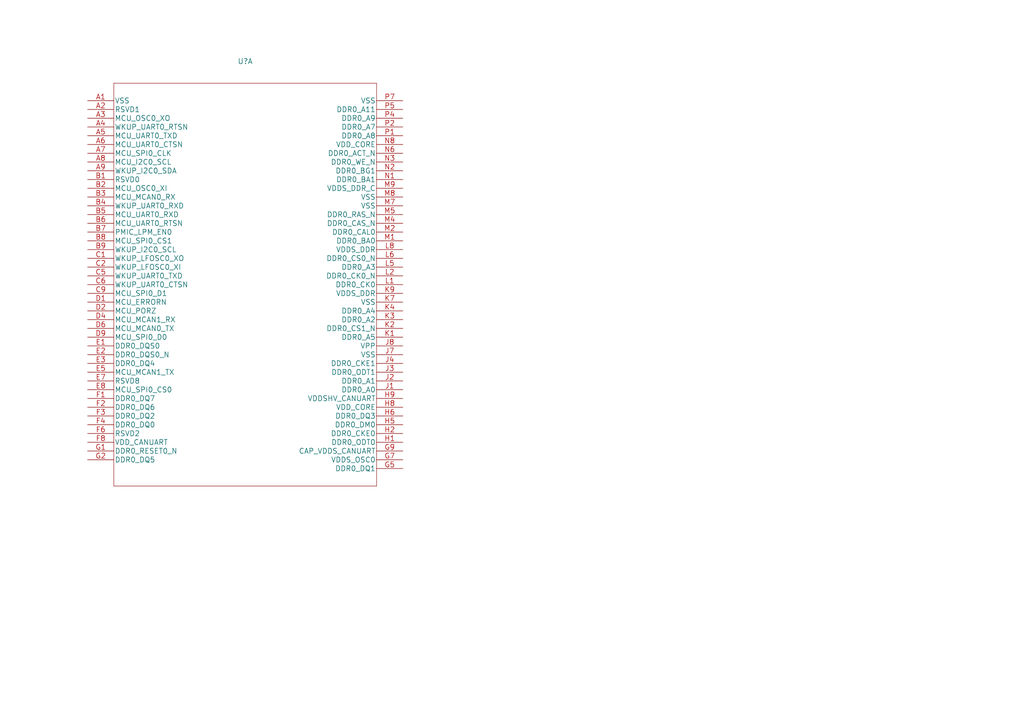
<source format=kicad_sch>
(kicad_sch (version 20211123) (generator eeschema)
  (paper "A4")
  (lib_symbols
    (symbol "XAM6234ATCGGAALW:XAM6234ATCGGAALW" (pin_names (offset 0.254))
      (property "Reference" "U" (at 45.72 10.16 0))
      (property "Value" "XAM6234ATCGGAALW" (at 45.72 7.62 0))
      (symbol "XAM6234ATCGGAALW_1_1"
        (polyline (pts (xy 7.62 -111.76) (xy 83.82 -111.76)) (stroke (width 0.127)))
        (polyline (pts (xy 7.62 5.08) (xy 7.62 -111.76)) (stroke (width 0.127)))
        (polyline (pts (xy 83.82 -111.76) (xy 83.82 5.08)) (stroke (width 0.127)))
        (polyline (pts (xy 83.82 5.08) (xy 7.62 5.08)) (stroke (width 0.127)))
        (pin power_in line (at 0 0 0) (length 7.62) (name "VSS") (number "A1"))
        (pin unspecified line (at 0 -2.54 0) (length 7.62) (name "RSVD1") (number "A2"))
        (pin output line (at 0 -5.08 0) (length 7.62) (name "MCU_OSC0_XO") (number "A3"))
        (pin bidirectional line (at 0 -7.62 0) (length 7.62) (name "WKUP_UART0_RTSN") (number "A4"))
        (pin bidirectional line (at 0 -10.16 0) (length 7.62) (name "MCU_UART0_TXD") (number "A5"))
        (pin bidirectional line (at 0 -12.7 0) (length 7.62) (name "MCU_UART0_CTSN") (number "A6"))
        (pin bidirectional line (at 0 -15.24 0) (length 7.62) (name "MCU_SPI0_CLK") (number "A7"))
        (pin bidirectional line (at 0 -17.78 0) (length 7.62) (name "MCU_I2C0_SCL") (number "A8"))
        (pin bidirectional line (at 0 -20.32 0) (length 7.62) (name "WKUP_I2C0_SDA") (number "A9"))
        (pin unspecified line (at 0 -22.86 0) (length 7.62) (name "RSVD0") (number "B1"))
        (pin input line (at 0 -25.4 0) (length 7.62) (name "MCU_OSC0_XI") (number "B2"))
        (pin bidirectional line (at 0 -27.94 0) (length 7.62) (name "MCU_MCAN0_RX") (number "B3"))
        (pin bidirectional line (at 0 -30.48 0) (length 7.62) (name "WKUP_UART0_RXD") (number "B4"))
        (pin bidirectional line (at 0 -33.02 0) (length 7.62) (name "MCU_UART0_RXD") (number "B5"))
        (pin bidirectional line (at 0 -35.56 0) (length 7.62) (name "MCU_UART0_RTSN") (number "B6"))
        (pin bidirectional line (at 0 -38.1 0) (length 7.62) (name "PMIC_LPM_EN0") (number "B7"))
        (pin bidirectional line (at 0 -40.64 0) (length 7.62) (name "MCU_SPI0_CS1") (number "B8"))
        (pin bidirectional line (at 0 -43.18 0) (length 7.62) (name "WKUP_I2C0_SCL") (number "B9"))
        (pin bidirectional line (at 0 -45.72 0) (length 7.62) (name "WKUP_LFOSC0_XO") (number "C1"))
        (pin input line (at 0 -48.26 0) (length 7.62) (name "WKUP_LFOSC0_XI") (number "C2"))
        (pin bidirectional line (at 0 -50.8 0) (length 7.62) (name "WKUP_UART0_TXD") (number "C5"))
        (pin bidirectional line (at 0 -53.34 0) (length 7.62) (name "WKUP_UART0_CTSN") (number "C6"))
        (pin bidirectional line (at 0 -55.88 0) (length 7.62) (name "MCU_SPI0_D1") (number "C9"))
        (pin bidirectional line (at 0 -58.42 0) (length 7.62) (name "MCU_ERRORN") (number "D1"))
        (pin bidirectional line (at 0 -60.96 0) (length 7.62) (name "MCU_PORZ") (number "D2"))
        (pin bidirectional line (at 0 -63.5 0) (length 7.62) (name "MCU_MCAN1_RX") (number "D4"))
        (pin bidirectional line (at 0 -66.04 0) (length 7.62) (name "MCU_MCAN0_TX") (number "D6"))
        (pin bidirectional line (at 0 -68.58 0) (length 7.62) (name "MCU_SPI0_D0") (number "D9"))
        (pin bidirectional line (at 0 -71.12 0) (length 7.62) (name "DDR0_DQS0") (number "E1"))
        (pin bidirectional line (at 0 -73.66 0) (length 7.62) (name "DDR0_DQS0_N") (number "E2"))
        (pin bidirectional line (at 0 -76.2 0) (length 7.62) (name "DDR0_DQ4") (number "E3"))
        (pin bidirectional line (at 0 -78.74 0) (length 7.62) (name "MCU_MCAN1_TX") (number "E5"))
        (pin unspecified line (at 0 -81.28 0) (length 7.62) (name "RSVD8") (number "E7"))
        (pin bidirectional line (at 0 -83.82 0) (length 7.62) (name "MCU_SPI0_CS0") (number "E8"))
        (pin bidirectional line (at 0 -86.36 0) (length 7.62) (name "DDR0_DQ7") (number "F1"))
        (pin bidirectional line (at 0 -88.9 0) (length 7.62) (name "DDR0_DQ6") (number "F2"))
        (pin bidirectional line (at 0 -91.44 0) (length 7.62) (name "DDR0_DQ2") (number "F3"))
        (pin bidirectional line (at 0 -93.98 0) (length 7.62) (name "DDR0_DQ0") (number "F4"))
        (pin unspecified line (at 0 -96.52 0) (length 7.62) (name "RSVD2") (number "F6"))
        (pin power_in line (at 0 -99.06 0) (length 7.62) (name "VDD_CANUART") (number "F8"))
        (pin output line (at 0 -101.6 0) (length 7.62) (name "DDR0_RESET0_N") (number "G1"))
        (pin bidirectional line (at 0 -104.14 0) (length 7.62) (name "DDR0_DQ5") (number "G2"))
        (pin bidirectional line (at 91.44 -106.68 180) (length 7.62) (name "DDR0_DQ1") (number "G5"))
        (pin power_in line (at 91.44 -104.14 180) (length 7.62) (name "VDDS_OSC0") (number "G7"))
        (pin unspecified line (at 91.44 -101.6 180) (length 7.62) (name "CAP_VDDS_CANUART") (number "G9"))
        (pin output line (at 91.44 -99.06 180) (length 7.62) (name "DDR0_ODT0") (number "H1"))
        (pin output line (at 91.44 -96.52 180) (length 7.62) (name "DDR0_CKE0") (number "H2"))
        (pin bidirectional line (at 91.44 -93.98 180) (length 7.62) (name "DDR0_DM0") (number "H5"))
        (pin bidirectional line (at 91.44 -91.44 180) (length 7.62) (name "DDR0_DQ3") (number "H6"))
        (pin power_in line (at 91.44 -88.9 180) (length 7.62) (name "VDD_CORE") (number "H8"))
        (pin power_in line (at 91.44 -86.36 180) (length 7.62) (name "VDDSHV_CANUART") (number "H9"))
        (pin output line (at 91.44 -83.82 180) (length 7.62) (name "DDR0_A0") (number "J1"))
        (pin output line (at 91.44 -81.28 180) (length 7.62) (name "DDR0_A1") (number "J2"))
        (pin output line (at 91.44 -78.74 180) (length 7.62) (name "DDR0_ODT1") (number "J3"))
        (pin output line (at 91.44 -76.2 180) (length 7.62) (name "DDR0_CKE1") (number "J4"))
        (pin power_in line (at 91.44 -73.66 180) (length 7.62) (name "VSS") (number "J7"))
        (pin power_in line (at 91.44 -71.12 180) (length 7.62) (name "VPP") (number "J8"))
        (pin output line (at 91.44 -68.58 180) (length 7.62) (name "DDR0_A5") (number "K1"))
        (pin output line (at 91.44 -66.04 180) (length 7.62) (name "DDR0_CS1_N") (number "K2"))
        (pin output line (at 91.44 -63.5 180) (length 7.62) (name "DDR0_A2") (number "K3"))
        (pin output line (at 91.44 -60.96 180) (length 7.62) (name "DDR0_A4") (number "K4"))
        (pin power_in line (at 91.44 -58.42 180) (length 7.62) (name "VSS") (number "K7"))
        (pin power_in line (at 91.44 -55.88 180) (length 7.62) (name "VDDS_DDR") (number "K9"))
        (pin output line (at 91.44 -53.34 180) (length 7.62) (name "DDR0_CK0") (number "L1"))
        (pin output line (at 91.44 -50.8 180) (length 7.62) (name "DDR0_CK0_N") (number "L2"))
        (pin output line (at 91.44 -48.26 180) (length 7.62) (name "DDR0_A3") (number "L5"))
        (pin output line (at 91.44 -45.72 180) (length 7.62) (name "DDR0_CS0_N") (number "L6"))
        (pin power_in line (at 91.44 -43.18 180) (length 7.62) (name "VDDS_DDR") (number "L8"))
        (pin output line (at 91.44 -40.64 180) (length 7.62) (name "DDR0_BA0") (number "M1"))
        (pin unspecified line (at 91.44 -38.1 180) (length 7.62) (name "DDR0_CAL0") (number "M2"))
        (pin output line (at 91.44 -35.56 180) (length 7.62) (name "DDR0_CAS_N") (number "M4"))
        (pin output line (at 91.44 -33.02 180) (length 7.62) (name "DDR0_RAS_N") (number "M5"))
        (pin power_in line (at 91.44 -30.48 180) (length 7.62) (name "VSS") (number "M7"))
        (pin power_in line (at 91.44 -27.94 180) (length 7.62) (name "VSS") (number "M8"))
        (pin power_in line (at 91.44 -25.4 180) (length 7.62) (name "VDDS_DDR_C") (number "M9"))
        (pin output line (at 91.44 -22.86 180) (length 7.62) (name "DDR0_BA1") (number "N1"))
        (pin output line (at 91.44 -20.32 180) (length 7.62) (name "DDR0_BG1") (number "N2"))
        (pin output line (at 91.44 -17.78 180) (length 7.62) (name "DDR0_WE_N") (number "N3"))
        (pin output line (at 91.44 -15.24 180) (length 7.62) (name "DDR0_ACT_N") (number "N6"))
        (pin power_in line (at 91.44 -12.7 180) (length 7.62) (name "VDD_CORE") (number "N8"))
        (pin output line (at 91.44 -10.16 180) (length 7.62) (name "DDR0_A8") (number "P1"))
        (pin output line (at 91.44 -7.62 180) (length 7.62) (name "DDR0_A7") (number "P2"))
        (pin output line (at 91.44 -5.08 180) (length 7.62) (name "DDR0_A9") (number "P4"))
        (pin output line (at 91.44 -2.54 180) (length 7.62) (name "DDR0_A11") (number "P5"))
        (pin power_in line (at 91.44 0 180) (length 7.62) (name "VSS") (number "P7"))
      )
      (symbol "XAM6234ATCGGAALW_2_1"
        (polyline (pts (xy 7.62 -111.76) (xy 73.66 -111.76)) (stroke (width 0.127)))
        (polyline (pts (xy 7.62 5.08) (xy 7.62 -111.76)) (stroke (width 0.127)))
        (polyline (pts (xy 73.66 -111.76) (xy 73.66 5.08)) (stroke (width 0.127)))
        (polyline (pts (xy 73.66 5.08) (xy 7.62 5.08)) (stroke (width 0.127)))
        (pin input line (at 0 -91.44 0) (length 7.62) (name "TCK") (number "A10"))
        (pin input line (at 0 -93.98 0) (length 7.62) (name "TDI") (number "A11"))
        (pin bidirectional line (at 0 -96.52 0) (length 7.62) (name "WKUP_CLKOUT0") (number "A12"))
        (pin bidirectional line (at 0 -99.06 0) (length 7.62) (name "SPI0_CS0") (number "A13"))
        (pin bidirectional line (at 0 -101.6 0) (length 7.62) (name "SPI0_CLK") (number "A14"))
        (pin bidirectional line (at 0 -104.14 0) (length 7.62) (name "UART0_CTSN") (number "A15"))
        (pin bidirectional line (at 81.28 -106.68 180) (length 7.62) (name "I2C0_SDA") (number "A16"))
        (pin bidirectional line (at 81.28 -104.14 180) (length 7.62) (name "I2C1_SDA") (number "A17"))
        (pin bidirectional line (at 81.28 -101.6 180) (length 7.62) (name "EXT_REFCLK1") (number "A18"))
        (pin bidirectional line (at 81.28 -99.06 180) (length 7.62) (name "MCASP0_AXR2") (number "A19"))
        (pin bidirectional line (at 81.28 -96.52 180) (length 7.62) (name "MCASP0_ACLKR") (number "A20"))
        (pin bidirectional line (at 81.28 -93.98 180) (length 7.62) (name "MMC1_CMD") (number "A21"))
        (pin bidirectional line (at 81.28 -91.44 180) (length 7.62) (name "MMC1_DAT0") (number "A22"))
        (pin bidirectional line (at 81.28 -88.9 180) (length 7.62) (name "MMC2_SDCD") (number "A23"))
        (pin power_in line (at 81.28 -86.36 180) (length 7.62) (name "VSS") (number "A24"))
        (pin power_in line (at 81.28 -83.82 180) (length 7.62) (name "VSS") (number "A25"))
        (pin bidirectional line (at 81.28 -81.28 180) (length 7.62) (name "MMC0_DAT1") (number "AA1"))
        (pin bidirectional line (at 81.28 -78.74 180) (length 7.62) (name "MMC0_DAT0") (number "AA2"))
        (pin bidirectional line (at 81.28 -76.2 180) (length 7.62) (name "MMC0_DAT2") (number "AA3"))
        (pin bidirectional line (at 81.28 -73.66 180) (length 7.62) (name "OLDI0_A0N") (number "AA5"))
        (pin bidirectional line (at 81.28 -71.12 180) (length 7.62) (name "OLDI0_A3P") (number "AA7"))
        (pin bidirectional line (at 81.28 -68.58 180) (length 7.62) (name "OLDI0_A2P") (number "AA8"))
        (pin bidirectional line (at 81.28 -66.04 180) (length 7.62) (name "MMC0_CLK") (number "AB1"))
        (pin bidirectional line (at 81.28 -63.5 180) (length 7.62) (name "MMC0_DAT4") (number "AB2"))
        (pin bidirectional line (at 81.28 -60.96 180) (length 7.62) (name "OLDI0_A1P") (number "AB4"))
        (pin bidirectional line (at 81.28 -58.42 180) (length 7.62) (name "OLDI0_A3N") (number "AB6"))
        (pin power_in line (at 81.28 -55.88 180) (length 7.62) (name "VSS") (number "AB9"))
        (pin bidirectional line (at 81.28 -53.34 180) (length 7.62) (name "MMC0_DAT5") (number "AC1"))
        (pin bidirectional line (at 81.28 -50.8 180) (length 7.62) (name "MMC0_DAT7") (number "AC2"))
        (pin bidirectional line (at 81.28 -48.26 180) (length 7.62) (name "OLDI0_A4P") (number "AC5"))
        (pin bidirectional line (at 81.28 -45.72 180) (length 7.62) (name "OLDI0_A4N") (number "AC6"))
        (pin bidirectional line (at 81.28 -43.18 180) (length 7.62) (name "USB1_RCALIB") (number "AC9"))
        (pin power_in line (at 81.28 -40.64 180) (length 7.62) (name "VSS") (number "AD1"))
        (pin bidirectional line (at 81.28 -38.1 180) (length 7.62) (name "MMC0_DAT6") (number "AD2"))
        (pin bidirectional line (at 81.28 -35.56 180) (length 7.62) (name "OLDI0_A1N") (number "AD3"))
        (pin bidirectional line (at 81.28 -33.02 180) (length 7.62) (name "OLDI0_CLK0N") (number "AD4"))
        (pin bidirectional line (at 81.28 -30.48 180) (length 7.62) (name "OLDI0_CLK1P") (number "AD5"))
        (pin bidirectional line (at 81.28 -27.94 180) (length 7.62) (name "OLDI0_A5P") (number "AD6"))
        (pin bidirectional line (at 81.28 -25.4 180) (length 7.62) (name "OLDI0_A6P") (number "AD7"))
        (pin bidirectional line (at 81.28 -22.86 180) (length 7.62) (name "OLDI0_A7N") (number "AD8"))
        (pin power_in line (at 81.28 -20.32 180) (length 7.62) (name "VSS") (number "AD9"))
        (pin power_in line (at 81.28 -17.78 180) (length 7.62) (name "VSS") (number "AE1"))
        (pin unspecified line (at 81.28 -15.24 180) (length 7.62) (name "RSVD3") (number "AE2"))
        (pin bidirectional line (at 81.28 -12.7 180) (length 7.62) (name "OLDI0_CLK0P") (number "AE3"))
        (pin bidirectional line (at 81.28 -10.16 180) (length 7.62) (name "OLDI0_CLK1N") (number "AE4"))
        (pin bidirectional line (at 81.28 -7.62 180) (length 7.62) (name "OLDI0_A5N") (number "AE5"))
        (pin bidirectional line (at 81.28 -5.08 180) (length 7.62) (name "OLDI0_A6N") (number "AE6"))
        (pin bidirectional line (at 81.28 -2.54 180) (length 7.62) (name "OLDI0_A7P") (number "AE7"))
        (pin power_in line (at 81.28 0 180) (length 7.62) (name "VSS") (number "AE8"))
        (pin power_in line (at 0 0 0) (length 7.62) (name "VDDS_DDR") (number "P9"))
        (pin output line (at 0 -2.54 0) (length 7.62) (name "DDR0_A13") (number "R1"))
        (pin output line (at 0 -5.08 0) (length 7.62) (name "DDR0_A6") (number "R2"))
        (pin bidirectional line (at 0 -7.62 0) (length 7.62) (name "DDR0_ALERT_N") (number "R3"))
        (pin output line (at 0 -10.16 0) (length 7.62) (name "DDR0_A10") (number "R5"))
        (pin output line (at 0 -12.7 0) (length 7.62) (name "DDR0_A12") (number "R6"))
        (pin power_in line (at 0 -15.24 0) (length 7.62) (name "VDDS_DDR") (number "R8"))
        (pin output line (at 0 -17.78 0) (length 7.62) (name "DDR0_PAR") (number "T1"))
        (pin unspecified line (at 0 -20.32 0) (length 7.62) (name "RSVD4") (number "T2"))
        (pin output line (at 0 -22.86 0) (length 7.62) (name "DDR0_BG0") (number "T4"))
        (pin power_in line (at 0 -25.4 0) (length 7.62) (name "VDDSHV4") (number "T7"))
        (pin power_in line (at 0 -27.94 0) (length 7.62) (name "VSS") (number "T8"))
        (pin power_in line (at 0 -30.48 0) (length 7.62) (name "VDDA_TEMP0") (number "T9"))
        (pin bidirectional line (at 0 -33.02 0) (length 7.62) (name "DDR0_DQ8") (number "U1"))
        (pin bidirectional line (at 0 -35.56 0) (length 7.62) (name "DDR0_DQ10") (number "U2"))
        (pin bidirectional line (at 0 -38.1 0) (length 7.62) (name "DDR0_DQ9") (number "U3"))
        (pin unspecified line (at 0 -40.64 0) (length 7.62) (name "RSVD5") (number "U4"))
        (pin unspecified line (at 0 -43.18 0) (length 7.62) (name "CAP_VDDS4") (number "U7"))
        (pin power_in line (at 0 -45.72 0) (length 7.62) (name "VSS") (number "U8"))
        (pin bidirectional line (at 0 -48.26 0) (length 7.62) (name "DDR0_DQS1") (number "V1"))
        (pin bidirectional line (at 0 -50.8 0) (length 7.62) (name "DDR0_DQS1_N") (number "V2"))
        (pin bidirectional line (at 0 -53.34 0) (length 7.62) (name "DDR0_DQ11") (number "V5"))
        (pin bidirectional line (at 0 -55.88 0) (length 7.62) (name "DDR0_DQ13") (number "V6"))
        (pin power_in line (at 0 -58.42 0) (length 7.62) (name "VDD_CORE") (number "V8"))
        (pin power_in line (at 0 -60.96 0) (length 7.62) (name "VSS") (number "V9"))
        (pin bidirectional line (at 0 -63.5 0) (length 7.62) (name "DDR0_DQ15") (number "W1"))
        (pin bidirectional line (at 0 -66.04 0) (length 7.62) (name "DDR0_DQ12") (number "W2"))
        (pin bidirectional line (at 0 -68.58 0) (length 7.62) (name "DDR0_DM1") (number "W5"))
        (pin power_in line (at 0 -71.12 0) (length 7.62) (name "VSS") (number "W7"))
        (pin power_in line (at 0 -73.66 0) (length 7.62) (name "VDDA_1P8_OLDI0") (number "W9"))
        (pin bidirectional line (at 0 -76.2 0) (length 7.62) (name "DDR0_DQ14") (number "Y1"))
        (pin power_in line (at 0 -78.74 0) (length 7.62) (name "VSS") (number "Y2"))
        (pin bidirectional line (at 0 -81.28 0) (length 7.62) (name "MMC0_CMD") (number "Y3"))
        (pin bidirectional line (at 0 -83.82 0) (length 7.62) (name "MMC0_DAT3") (number "Y4"))
        (pin bidirectional line (at 0 -86.36 0) (length 7.62) (name "OLDI0_A0P") (number "Y6"))
        (pin bidirectional line (at 0 -88.9 0) (length 7.62) (name "OLDI0_A2N") (number "Y8"))
      )
      (symbol "XAM6234ATCGGAALW_3_1"
        (polyline (pts (xy 7.62 -111.76) (xy 73.66 -111.76)) (stroke (width 0.127)))
        (polyline (pts (xy 7.62 5.08) (xy 7.62 -111.76)) (stroke (width 0.127)))
        (polyline (pts (xy 73.66 -111.76) (xy 73.66 5.08)) (stroke (width 0.127)))
        (polyline (pts (xy 73.66 5.08) (xy 7.62 5.08)) (stroke (width 0.127)))
        (pin bidirectional line (at 0 0 0) (length 7.62) (name "USB1_DP") (number "AE9"))
        (pin input line (at 0 -2.54 0) (length 7.62) (name "TRSTN") (number "B10"))
        (pin input line (at 0 -5.08 0) (length 7.62) (name "TMS") (number "B11"))
        (pin bidirectional line (at 0 -7.62 0) (length 7.62) (name "MCU_RESETSTATZ") (number "B12"))
        (pin bidirectional line (at 0 -10.16 0) (length 7.62) (name "SPI0_D0") (number "B13"))
        (pin bidirectional line (at 0 -12.7 0) (length 7.62) (name "SPI0_D1") (number "B14"))
        (pin bidirectional line (at 0 -15.24 0) (length 7.62) (name "UART0_RTSN") (number "B15"))
        (pin bidirectional line (at 0 -17.78 0) (length 7.62) (name "I2C0_SCL") (number "B16"))
        (pin bidirectional line (at 0 -20.32 0) (length 7.62) (name "I2C1_SCL") (number "B17"))
        (pin bidirectional line (at 0 -22.86 0) (length 7.62) (name "MCASP0_AXR1") (number "B18"))
        (pin bidirectional line (at 0 -25.4 0) (length 7.62) (name "MCASP0_AXR3") (number "B19"))
        (pin bidirectional line (at 0 -27.94 0) (length 7.62) (name "MCASP0_ACLKX") (number "B20"))
        (pin bidirectional line (at 0 -30.48 0) (length 7.62) (name "MMC1_DAT1") (number "B21"))
        (pin bidirectional line (at 0 -33.02 0) (length 7.62) (name "MMC1_CLK") (number "B22"))
        (pin bidirectional line (at 0 -35.56 0) (length 7.62) (name "MMC2_SDWP") (number "B23"))
        (pin bidirectional line (at 0 -38.1 0) (length 7.62) (name "MMC2_DAT0") (number "B24"))
        (pin power_in line (at 0 -40.64 0) (length 7.62) (name "VSS") (number "B25"))
        (pin bidirectional line (at 0 -43.18 0) (length 7.62) (name "EMU1") (number "C11"))
        (pin bidirectional line (at 0 -45.72 0) (length 7.62) (name "SPI0_CS1") (number "C13"))
        (pin bidirectional line (at 0 -48.26 0) (length 7.62) (name "MCAN0_TX") (number "C15"))
        (pin bidirectional line (at 0 -50.8 0) (length 7.62) (name "MMC1_SDWP") (number "C17"))
        (pin bidirectional line (at 0 -53.34 0) (length 7.62) (name "USB0_DRVVBUS") (number "C20"))
        (pin bidirectional line (at 0 -55.88 0) (length 7.62) (name "MMC1_DAT2") (number "C21"))
        (pin bidirectional line (at 0 -58.42 0) (length 7.62) (name "MMC2_CMD") (number "C24"))
        (pin bidirectional line (at 0 -60.96 0) (length 7.62) (name "MMC2_DAT1") (number "C25"))
        (pin bidirectional line (at 0 -63.5 0) (length 7.62) (name "MCU_I2C0_SDA") (number "D10"))
        (pin output line (at 0 -66.04 0) (length 7.62) (name "TDO") (number "D12"))
        (pin bidirectional line (at 0 -68.58 0) (length 7.62) (name "UART0_RXD") (number "D14"))
        (pin bidirectional line (at 0 -71.12 0) (length 7.62) (name "EXTINTN") (number "D16"))
        (pin bidirectional line (at 0 -73.66 0) (length 7.62) (name "MMC1_SDCD") (number "D17"))
        (pin bidirectional line (at 0 -76.2 0) (length 7.62) (name "MCASP0_AFSX") (number "D20"))
        (pin bidirectional line (at 0 -78.74 0) (length 7.62) (name "MMC1_DAT3") (number "D22"))
        (pin bidirectional line (at 0 -81.28 0) (length 7.62) (name "MMC2_DAT3") (number "D24"))
        (pin bidirectional line (at 0 -83.82 0) (length 7.62) (name "MMC2_CLK") (number "D25"))
        (pin bidirectional line (at 0 -86.36 0) (length 7.62) (name "MCU_RESETZ") (number "E11"))
        (pin bidirectional line (at 0 -88.9 0) (length 7.62) (name "EMU0") (number "E12"))
        (pin bidirectional line (at 0 -91.44 0) (length 7.62) (name "UART0_TXD") (number "E14"))
        (pin bidirectional line (at 0 -93.98 0) (length 7.62) (name "MCAN0_RX") (number "E15"))
        (pin bidirectional line (at 0 -96.52 0) (length 7.62) (name "MCASP0_AXR0") (number "E18"))
        (pin bidirectional line (at 0 -99.06 0) (length 7.62) (name "MCASP0_AFSR") (number "E19"))
        (pin output line (at 0 -101.6 0) (length 7.62) (name "PORZ_OUT") (number "E21"))
        (pin bidirectional line (at 0 -104.14 0) (length 7.62) (name "MMC2_DAT2") (number "E23"))
        (pin bidirectional line (at 81.28 -106.68 180) (length 7.62) (name "OSPI0_CSN3") (number "E24"))
        (pin bidirectional line (at 81.28 -104.14 180) (length 7.62) (name "OSPI0_D0") (number "E25"))
        (pin power_in line (at 81.28 -101.6 180) (length 7.62) (name "VDDSHV_MCU") (number "F11"))
        (pin power_in line (at 81.28 -99.06 180) (length 7.62) (name "VSS") (number "F13"))
        (pin power_in line (at 81.28 -96.52 180) (length 7.62) (name "VDDSHV0") (number "F15"))
        (pin bidirectional line (at 81.28 -93.98 180) (length 7.62) (name "USB1_DRVVBUS") (number "F18"))
        (pin input line (at 81.28 -91.44 180) (length 7.62) (name "RESET_REQZ") (number "F20"))
        (pin output line (at 81.28 -88.9 180) (length 7.62) (name "RESETSTATZ") (number "F22"))
        (pin bidirectional line (at 81.28 -86.36 180) (length 7.62) (name "OSPI0_CSN0") (number "F23"))
        (pin bidirectional line (at 81.28 -83.82 180) (length 7.62) (name "OSPI0_D3") (number "F24"))
        (pin bidirectional line (at 81.28 -81.28 180) (length 7.62) (name "OSPI0_D2") (number "F25"))
        (pin unspecified line (at 81.28 -78.74 180) (length 7.62) (name "VMON_1P8_SOC") (number "G10"))
        (pin power_in line (at 81.28 -76.2 180) (length 7.62) (name "VDDSHV_MCU") (number "G12"))
        (pin power_in line (at 81.28 -73.66 180) (length 7.62) (name "VSS") (number "G13"))
        (pin power_in line (at 81.28 -71.12 180) (length 7.62) (name "VDDSHV0") (number "G14"))
        (pin power_in line (at 81.28 -68.58 180) (length 7.62) (name "VDDA_TEMP1") (number "G16"))
        (pin power_in line (at 81.28 -66.04 180) (length 7.62) (name "VDDSHV5") (number "G17"))
        (pin power_in line (at 81.28 -63.5 180) (length 7.62) (name "VSS") (number "G19"))
        (pin bidirectional line (at 81.28 -60.96 180) (length 7.62) (name "OSPI0_CSN1") (number "G21"))
        (pin bidirectional line (at 81.28 -58.42 180) (length 7.62) (name "OSPI0_D1") (number "G24"))
        (pin bidirectional line (at 81.28 -55.88 180) (length 7.62) (name "OSPI0_LBCLKO") (number "G25"))
        (pin unspecified line (at 81.28 -53.34 180) (length 7.62) (name "VMON_VSYS") (number "H10"))
        (pin unspecified line (at 81.28 -50.8 180) (length 7.62) (name "CAP_VDDS_MCU") (number "H11"))
        (pin power_in line (at 81.28 -48.26 180) (length 7.62) (name "VSS") (number "H13"))
        (pin unspecified line (at 81.28 -45.72 180) (length 7.62) (name "CAP_VDDS0") (number "H15"))
        (pin power_in line (at 81.28 -43.18 180) (length 7.62) (name "VSS") (number "H16"))
        (pin unspecified line (at 81.28 -40.64 180) (length 7.62) (name "CAP_VDDS5") (number "H17"))
        (pin power_in line (at 81.28 -38.1 180) (length 7.62) (name "VSS") (number "H18"))
        (pin power_in line (at 81.28 -35.56 180) (length 7.62) (name "VSS") (number "H20"))
        (pin bidirectional line (at 81.28 -33.02 180) (length 7.62) (name "OSPI0_CSN2") (number "H21"))
        (pin bidirectional line (at 81.28 -30.48 180) (length 7.62) (name "OSPI0_CLK") (number "H24"))
        (pin bidirectional line (at 81.28 -27.94 180) (length 7.62) (name "OSPI0_D6") (number "H25"))
        (pin power_in line (at 81.28 -25.4 180) (length 7.62) (name "VDD_CORE") (number "J11"))
        (pin power_in line (at 81.28 -22.86 180) (length 7.62) (name "VDDR_CORE") (number "J12"))
        (pin power_in line (at 81.28 -20.32 180) (length 7.62) (name "VSS") (number "J13"))
        (pin power_in line (at 81.28 -17.78 180) (length 7.62) (name "VDD_CORE") (number "J14"))
        (pin power_in line (at 81.28 -15.24 180) (length 7.62) (name "VDDSHV6") (number "J18"))
        (pin unspecified line (at 81.28 -12.7 180) (length 7.62) (name "CAP_VDDS6") (number "J19"))
        (pin bidirectional line (at 81.28 -10.16 180) (length 7.62) (name "OSPI0_D7") (number "J22"))
        (pin bidirectional line (at 81.28 -7.62 180) (length 7.62) (name "OSPI0_D4") (number "J23"))
        (pin bidirectional line (at 81.28 -5.08 180) (length 7.62) (name "OSPI0_DQS") (number "J24"))
        (pin bidirectional line (at 81.28 -2.54 180) (length 7.62) (name "OSPI0_D5") (number "J25"))
        (pin unspecified line (at 81.28 0 180) (length 7.62) (name "VMON_3P3_SOC") (number "K10"))
      )
      (symbol "XAM6234ATCGGAALW_4_1"
        (polyline (pts (xy 7.62 -111.76) (xy 68.58 -111.76)) (stroke (width 0.127)))
        (polyline (pts (xy 7.62 5.08) (xy 7.62 -111.76)) (stroke (width 0.127)))
        (polyline (pts (xy 68.58 -111.76) (xy 68.58 5.08)) (stroke (width 0.127)))
        (polyline (pts (xy 68.58 5.08) (xy 7.62 5.08)) (stroke (width 0.127)))
        (pin power_in line (at 0 0 0) (length 7.62) (name "VSS") (number "K13"))
        (pin power_in line (at 0 -2.54 0) (length 7.62) (name "VSS") (number "K15"))
        (pin power_in line (at 0 -5.08 0) (length 7.62) (name "VDDR_CORE") (number "K16"))
        (pin power_in line (at 0 -7.62 0) (length 7.62) (name "VDD_CORE") (number "K17"))
        (pin unspecified line (at 0 -10.16 0) (length 7.62) (name "CAP_VDDS1") (number "K18"))
        (pin power_in line (at 0 -12.7 0) (length 7.62) (name "VSS") (number "K19"))
        (pin bidirectional line (at 0 -15.24 0) (length 7.62) (name "GPMC0_CSN2") (number "K22"))
        (pin bidirectional line (at 0 -17.78 0) (length 7.62) (name "GPMC0_CSN3") (number "K24"))
        (pin bidirectional line (at 0 -20.32 0) (length 7.62) (name "GPMC0_WPN") (number "K25"))
        (pin power_in line (at 0 -22.86 0) (length 7.62) (name "VDDA_MCU") (number "L11"))
        (pin power_in line (at 0 -25.4 0) (length 7.62) (name "VDD_CORE") (number "L12"))
        (pin power_in line (at 0 -27.94 0) (length 7.62) (name "VDDA_PLL2") (number "L14"))
        (pin power_in line (at 0 -30.48 0) (length 7.62) (name "VDD_CORE") (number "L15"))
        (pin power_in line (at 0 -33.02 0) (length 7.62) (name "VDDSHV1") (number "L18"))
        (pin power_in line (at 0 -35.56 0) (length 7.62) (name "VSS") (number "L20"))
        (pin bidirectional line (at 0 -38.1 0) (length 7.62) (name "GPMC0_CSN1") (number "L21"))
        (pin bidirectional line (at 0 -40.64 0) (length 7.62) (name "GPMC0_ADVN_ALE") (number "L23"))
        (pin bidirectional line (at 0 -43.18 0) (length 7.62) (name "GPMC0_OEN_REN") (number "L24"))
        (pin bidirectional line (at 0 -45.72 0) (length 7.62) (name "GPMC0_WEN") (number "L25"))
        (pin power_in line (at 0 -48.26 0) (length 7.62) (name "VSS") (number "M10"))
        (pin power_in line (at 0 -50.8 0) (length 7.62) (name "VSS") (number "M12"))
        (pin power_in line (at 0 -53.34 0) (length 7.62) (name "VSS") (number "M13"))
        (pin power_in line (at 0 -55.88 0) (length 7.62) (name "VDD_CORE") (number "M16"))
        (pin power_in line (at 0 -58.42 0) (length 7.62) (name "VSS") (number "M17"))
        (pin power_in line (at 0 -60.96 0) (length 7.62) (name "VSS") (number "M18"))
        (pin power_in line (at 0 -63.5 0) (length 7.62) (name "VDDSHV1") (number "M19"))
        (pin bidirectional line (at 0 -66.04 0) (length 7.62) (name "GPMC0_CSN0") (number "M21"))
        (pin bidirectional line (at 0 -68.58 0) (length 7.62) (name "GPMC0_DIR") (number "M22"))
        (pin bidirectional line (at 0 -71.12 0) (length 7.62) (name "GPMC0_BE0N_CLE") (number "M24"))
        (pin bidirectional line (at 0 -73.66 0) (length 7.62) (name "GPMC0_AD0") (number "M25"))
        (pin power_in line (at 0 -76.2 0) (length 7.62) (name "VDD_CORE") (number "N11"))
        (pin power_in line (at 0 -78.74 0) (length 7.62) (name "VDDR_CORE") (number "N12"))
        (pin power_in line (at 0 -81.28 0) (length 7.62) (name "VDD_CORE") (number "N13"))
        (pin power_in line (at 0 -83.82 0) (length 7.62) (name "VDDR_CORE") (number "N14"))
        (pin power_in line (at 0 -86.36 0) (length 7.62) (name "VSS") (number "N15"))
        (pin power_in line (at 0 -88.9 0) (length 7.62) (name "VDDSHV3") (number "N18"))
        (pin bidirectional line (at 0 -91.44 0) (length 7.62) (name "GPMC0_BE1N") (number "N20"))
        (pin bidirectional line (at 0 -93.98 0) (length 7.62) (name "GPMC0_AD1") (number "N23"))
        (pin bidirectional line (at 0 -96.52 0) (length 7.62) (name "GPMC0_AD2") (number "N24"))
        (pin bidirectional line (at 0 -99.06 0) (length 7.62) (name "GPMC0_AD3") (number "N25"))
        (pin power_in line (at 0 -101.6 0) (length 7.62) (name "VSS") (number "P10"))
        (pin power_in line (at 0 -104.14 0) (length 7.62) (name "VSS") (number "P13"))
        (pin power_in line (at 76.2 -106.68 180) (length 7.62) (name "VDDR_CORE") (number "P16"))
        (pin power_in line (at 76.2 -104.14 180) (length 7.62) (name "VDD_CORE") (number "P17"))
        (pin power_in line (at 76.2 -101.6 180) (length 7.62) (name "VDDSHV3") (number "P18"))
        (pin unspecified line (at 76.2 -99.06 180) (length 7.62) (name "CAP_VDDS3") (number "P19"))
        (pin bidirectional line (at 76.2 -96.52 180) (length 7.62) (name "GPMC0_AD6") (number "P21"))
        (pin bidirectional line (at 76.2 -93.98 180) (length 7.62) (name "GPMC0_AD5") (number "P22"))
        (pin bidirectional line (at 76.2 -91.44 180) (length 7.62) (name "GPMC0_AD4") (number "P24"))
        (pin bidirectional line (at 76.2 -88.9 180) (length 7.62) (name "GPMC0_CLK") (number "P25"))
        (pin power_in line (at 76.2 -86.36 180) (length 7.62) (name "VDD_CORE") (number "R11"))
        (pin power_in line (at 76.2 -83.82 180) (length 7.62) (name "VDDR_CORE") (number "R12"))
        (pin power_in line (at 76.2 -81.28 180) (length 7.62) (name "VSS") (number "R13"))
        (pin power_in line (at 76.2 -78.74 180) (length 7.62) (name "VDD_CORE") (number "R14"))
        (pin power_in line (at 76.2 -76.2 180) (length 7.62) (name "VSS") (number "R15"))
        (pin power_in line (at 76.2 -73.66 180) (length 7.62) (name "VSS") (number "R18"))
        (pin power_in line (at 76.2 -71.12 180) (length 7.62) (name "VSS") (number "R20"))
        (pin bidirectional line (at 76.2 -68.58 180) (length 7.62) (name "GPMC0_AD11") (number "R21"))
        (pin bidirectional line (at 76.2 -66.04 180) (length 7.62) (name "GPMC0_AD7") (number "R23"))
        (pin bidirectional line (at 76.2 -63.5 180) (length 7.62) (name "GPMC0_AD8") (number "R24"))
        (pin bidirectional line (at 76.2 -60.96 180) (length 7.62) (name "GPMC0_AD9") (number "R25"))
        (pin power_in line (at 76.2 -58.42 180) (length 7.62) (name "VDDR_CORE") (number "T10"))
        (pin power_in line (at 76.2 -55.88 180) (length 7.62) (name "VSS") (number "T13"))
        (pin power_in line (at 76.2 -53.34 180) (length 7.62) (name "VSS") (number "T14"))
        (pin power_in line (at 76.2 -50.8 180) (length 7.62) (name "VSS") (number "T16"))
        (pin power_in line (at 76.2 -48.26 180) (length 7.62) (name "VSS") (number "T17"))
        (pin power_in line (at 76.2 -45.72 180) (length 7.62) (name "VSS") (number "T18"))
        (pin power_in line (at 76.2 -43.18 180) (length 7.62) (name "VDDSHV3") (number "T19"))
        (pin bidirectional line (at 76.2 -40.64 180) (length 7.62) (name "GPMC0_AD12") (number "T22"))
        (pin bidirectional line (at 76.2 -38.1 180) (length 7.62) (name "GPMC0_AD13") (number "T24"))
        (pin bidirectional line (at 76.2 -35.56 180) (length 7.62) (name "GPMC0_AD10") (number "T25"))
        (pin power_in line (at 76.2 -33.02 180) (length 7.62) (name "VDDA_PLL0") (number "U11"))
        (pin power_in line (at 76.2 -30.48 180) (length 7.62) (name "VDD_CORE") (number "U12"))
        (pin power_in line (at 76.2 -27.94 180) (length 7.62) (name "VDDR_CORE") (number "U14"))
        (pin power_in line (at 76.2 -25.4 180) (length 7.62) (name "VDDA_PLL1") (number "U15"))
        (pin power_in line (at 76.2 -22.86 180) (length 7.62) (name "VDDSHV3") (number "U18"))
        (pin power_in line (at 76.2 -20.32 180) (length 7.62) (name "VSS") (number "U19"))
        (pin bidirectional line (at 76.2 -17.78 180) (length 7.62) (name "VOUT0_DATA0") (number "U22"))
        (pin bidirectional line (at 76.2 -15.24 180) (length 7.62) (name "GPMC0_WAIT0") (number "U23"))
        (pin bidirectional line (at 76.2 -12.7 180) (length 7.62) (name "GPMC0_AD15") (number "U24"))
        (pin bidirectional line (at 76.2 -10.16 180) (length 7.62) (name "GPMC0_AD14") (number "U25"))
        (pin power_in line (at 76.2 -7.62 180) (length 7.62) (name "VSS") (number "V10"))
        (pin power_in line (at 76.2 -5.08 180) (length 7.62) (name "VSS") (number "V11"))
        (pin power_in line (at 76.2 -2.54 180) (length 7.62) (name "VSS") (number "V13"))
        (pin power_in line (at 76.2 0 180) (length 7.62) (name "VDD_CORE") (number "V15"))
      )
      (symbol "XAM6234ATCGGAALW_5_1"
        (polyline (pts (xy 7.62 -111.76) (xy 78.74 -111.76)) (stroke (width 0.127)))
        (polyline (pts (xy 7.62 5.08) (xy 7.62 -111.76)) (stroke (width 0.127)))
        (polyline (pts (xy 78.74 -111.76) (xy 78.74 5.08)) (stroke (width 0.127)))
        (polyline (pts (xy 78.74 5.08) (xy 7.62 5.08)) (stroke (width 0.127)))
        (pin power_in line (at 0 -66.04 0) (length 7.62) (name "VSS") (number "AA11"))
        (pin unspecified line (at 0 -68.58 0) (length 7.62) (name "RSVD6") (number "AA12"))
        (pin unspecified line (at 0 -71.12 0) (length 7.62) (name "CSI0_RXRCALIB") (number "AA14"))
        (pin bidirectional line (at 0 -73.66 0) (length 7.62) (name "RGMII1_RD3") (number "AA15"))
        (pin bidirectional line (at 0 -76.2 0) (length 7.62) (name "RGMII2_TD1") (number "AA18"))
        (pin bidirectional line (at 0 -78.74 0) (length 7.62) (name "RGMII2_TX_CTL") (number "AA19"))
        (pin bidirectional line (at 0 -81.28 0) (length 7.62) (name "VOUT0_DATA15") (number "AA21"))
        (pin bidirectional line (at 0 -83.82 0) (length 7.62) (name "VOUT0_DATA11") (number "AA23"))
        (pin bidirectional line (at 0 -86.36 0) (length 7.62) (name "VOUT0_DATA13") (number "AA24"))
        (pin bidirectional line (at 0 -88.9 0) (length 7.62) (name "VOUT0_DATA7") (number "AA25"))
        (pin unspecified line (at 0 -91.44 0) (length 7.62) (name "USB1_VBUS") (number "AB10"))
        (pin input line (at 0 -93.98 0) (length 7.62) (name "CSI0_RXN3") (number "AB12"))
        (pin input line (at 0 -96.52 0) (length 7.62) (name "CSI0_RXN0") (number "AB14"))
        (pin bidirectional line (at 0 -99.06 0) (length 7.62) (name "RGMII1_RD2") (number "AB16"))
        (pin bidirectional line (at 0 -101.6 0) (length 7.62) (name "RGMII1_RD0") (number "AB17"))
        (pin bidirectional line (at 0 -104.14 0) (length 7.62) (name "RGMII2_RD1") (number "AB20"))
        (pin bidirectional line (at 86.36 -106.68 180) (length 7.62) (name "MDIO0_MDIO") (number "AB22"))
        (pin bidirectional line (at 86.36 -104.14 180) (length 7.62) (name "VOUT0_HSYNC") (number "AB24"))
        (pin bidirectional line (at 86.36 -101.6 180) (length 7.62) (name "VOUT0_DATA12") (number "AB25"))
        (pin unspecified line (at 86.36 -99.06 180) (length 7.62) (name "USB0_VBUS") (number "AC11"))
        (pin input line (at 86.36 -96.52 180) (length 7.62) (name "CSI0_RXP3") (number "AC13"))
        (pin input line (at 86.36 -93.98 180) (length 7.62) (name "CSI0_RXP0") (number "AC15"))
        (pin bidirectional line (at 86.36 -91.44 180) (length 7.62) (name "RGMII1_RD1") (number "AC17"))
        (pin bidirectional line (at 86.36 -88.9 180) (length 7.62) (name "RGMII2_TD3") (number "AC20"))
        (pin bidirectional line (at 86.36 -86.36 180) (length 7.62) (name "RGMII2_RD2") (number "AC21"))
        (pin bidirectional line (at 86.36 -83.82 180) (length 7.62) (name "VOUT0_PCLK") (number "AC24"))
        (pin bidirectional line (at 86.36 -81.28 180) (length 7.62) (name "VOUT0_VSYNC") (number "AC25"))
        (pin bidirectional line (at 86.36 -78.74 180) (length 7.62) (name "USB1_DM") (number "AD10"))
        (pin bidirectional line (at 86.36 -76.2 180) (length 7.62) (name "USB0_DP") (number "AD11"))
        (pin power_in line (at 86.36 -73.66 180) (length 7.62) (name "VSS") (number "AD12"))
        (pin input line (at 86.36 -71.12 180) (length 7.62) (name "CSI0_RXN2") (number "AD13"))
        (pin input line (at 86.36 -68.58 180) (length 7.62) (name "CSI0_RXN1") (number "AD14"))
        (pin input line (at 86.36 -66.04 180) (length 7.62) (name "CSI0_RXCLKN") (number "AD15"))
        (pin power_in line (at 86.36 -63.5 180) (length 7.62) (name "VSS") (number "AD16"))
        (pin bidirectional line (at 86.36 -60.96 180) (length 7.62) (name "RGMII1_RXC") (number "AD17"))
        (pin bidirectional line (at 86.36 -58.42 180) (length 7.62) (name "RGMII1_TD3") (number "AD18"))
        (pin bidirectional line (at 86.36 -55.88 180) (length 7.62) (name "RGMII1_TX_CTL") (number "AD19"))
        (pin bidirectional line (at 86.36 -53.34 180) (length 7.62) (name "RGMII1_TD1") (number "AD20"))
        (pin bidirectional line (at 86.36 -50.8 180) (length 7.62) (name "RGMII2_TD2") (number "AD21"))
        (pin bidirectional line (at 86.36 -48.26 180) (length 7.62) (name "RGMII2_RX_CTL") (number "AD22"))
        (pin bidirectional line (at 86.36 -45.72 180) (length 7.62) (name "RGMII2_RXC") (number "AD23"))
        (pin bidirectional line (at 86.36 -43.18 180) (length 7.62) (name "MDIO0_MDC") (number "AD24"))
        (pin power_in line (at 86.36 -40.64 180) (length 7.62) (name "VSS") (number "AD25"))
        (pin bidirectional line (at 86.36 -38.1 180) (length 7.62) (name "USB0_RCALIB") (number "AE10"))
        (pin bidirectional line (at 86.36 -35.56 180) (length 7.62) (name "USB0_DM") (number "AE11"))
        (pin power_in line (at 86.36 -33.02 180) (length 7.62) (name "VSS") (number "AE12"))
        (pin input line (at 86.36 -30.48 180) (length 7.62) (name "CSI0_RXP2") (number "AE13"))
        (pin input line (at 86.36 -27.94 180) (length 7.62) (name "CSI0_RXP1") (number "AE14"))
        (pin input line (at 86.36 -25.4 180) (length 7.62) (name "CSI0_RXCLKP") (number "AE15"))
        (pin power_in line (at 86.36 -22.86 180) (length 7.62) (name "VSS") (number "AE16"))
        (pin bidirectional line (at 86.36 -20.32 180) (length 7.62) (name "RGMII1_RX_CTL") (number "AE17"))
        (pin bidirectional line (at 86.36 -17.78 180) (length 7.62) (name "RGMII1_TD2") (number "AE18"))
        (pin bidirectional line (at 86.36 -15.24 180) (length 7.62) (name "RGMII1_TXC") (number "AE19"))
        (pin bidirectional line (at 86.36 -12.7 180) (length 7.62) (name "RGMII1_TD0") (number "AE20"))
        (pin bidirectional line (at 86.36 -10.16 180) (length 7.62) (name "RGMII2_TXC") (number "AE21"))
        (pin bidirectional line (at 86.36 -7.62 180) (length 7.62) (name "RGMII2_RD3") (number "AE22"))
        (pin bidirectional line (at 86.36 -5.08 180) (length 7.62) (name "RGMII2_RD0") (number "AE23"))
        (pin power_in line (at 86.36 -2.54 180) (length 7.62) (name "VSS") (number "AE24"))
        (pin power_in line (at 86.36 0 180) (length 7.62) (name "VSS") (number "AE25"))
        (pin power_in line (at 0 0 0) (length 7.62) (name "VSS") (number "V16"))
        (pin power_in line (at 0 -2.54 0) (length 7.62) (name "VDD_CORE") (number "V17"))
        (pin power_in line (at 0 -5.08 0) (length 7.62) (name "VSS") (number "V18"))
        (pin bidirectional line (at 0 -7.62 0) (length 7.62) (name "VOUT0_DATA10") (number "V20"))
        (pin bidirectional line (at 0 -10.16 0) (length 7.62) (name "VOUT0_DATA8") (number "V21"))
        (pin bidirectional line (at 0 -12.7 0) (length 7.62) (name "VOUT0_DATA1") (number "V24"))
        (pin bidirectional line (at 0 -15.24 0) (length 7.62) (name "GPMC0_WAIT1") (number "V25"))
        (pin power_in line (at 0 -17.78 0) (length 7.62) (name "VDDA_1P8_OLDI0") (number "W10"))
        (pin power_in line (at 0 -20.32 0) (length 7.62) (name "VDDA_CORE_USB") (number "W12"))
        (pin power_in line (at 0 -22.86 0) (length 7.62) (name "VDDA_CORE_CSIRX0") (number "W13"))
        (pin power_in line (at 0 -25.4 0) (length 7.62) (name "VDDA_1P8_CSIRX0") (number "W14"))
        (pin power_in line (at 0 -27.94 0) (length 7.62) (name "VDDSHV2") (number "W16"))
        (pin unspecified line (at 0 -30.48 0) (length 7.62) (name "CAP_VDDS2") (number "W17"))
        (pin power_in line (at 0 -33.02 0) (length 7.62) (name "VDDSHV2") (number "W19"))
        (pin bidirectional line (at 0 -35.56 0) (length 7.62) (name "VOUT0_DATA9") (number "W21"))
        (pin bidirectional line (at 0 -38.1 0) (length 7.62) (name "VOUT0_DATA3") (number "W24"))
        (pin bidirectional line (at 0 -40.64 0) (length 7.62) (name "VOUT0_DATA2") (number "W25"))
        (pin power_in line (at 0 -43.18 0) (length 7.62) (name "VDDA_1P8_USB") (number "Y11"))
        (pin power_in line (at 0 -45.72 0) (length 7.62) (name "VDDA_3P3_USB") (number "Y13"))
        (pin unspecified line (at 0 -48.26 0) (length 7.62) (name "RSVD7") (number "Y15"))
        (pin bidirectional line (at 0 -50.8 0) (length 7.62) (name "RGMII2_TD0") (number "Y18"))
        (pin bidirectional line (at 0 -53.34 0) (length 7.62) (name "VOUT0_DE") (number "Y20"))
        (pin bidirectional line (at 0 -55.88 0) (length 7.62) (name "VOUT0_DATA14") (number "Y22"))
        (pin bidirectional line (at 0 -58.42 0) (length 7.62) (name "VOUT0_DATA6") (number "Y23"))
        (pin bidirectional line (at 0 -60.96 0) (length 7.62) (name "VOUT0_DATA5") (number "Y24"))
        (pin bidirectional line (at 0 -63.5 0) (length 7.62) (name "VOUT0_DATA4") (number "Y25"))
      )
    )
  )
  (symbol (lib_id "XAM6234ATCGGAALW:XAM6234ATCGGAALW") (at 25.4 29.21 0) (unit 1)
    (property "Reference" "U?" (at 71.12 17.78 0) (effects (font (size 1.524 1.524))))
  )
)
</source>
